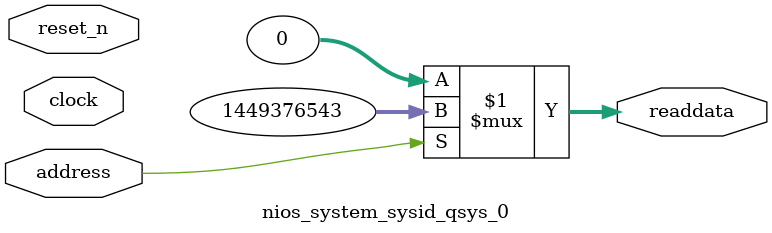
<source format=v>

`timescale 1ns / 1ps
// synthesis translate_on

// turn off superfluous verilog processor warnings 
// altera message_level Level1 
// altera message_off 10034 10035 10036 10037 10230 10240 10030 

module nios_system_sysid_qsys_0 (
               // inputs:
                address,
                clock,
                reset_n,

               // outputs:
                readdata
             )
;

  output  [ 31: 0] readdata;
  input            address;
  input            clock;
  input            reset_n;

  wire    [ 31: 0] readdata;
  //control_slave, which is an e_avalon_slave
  assign readdata = address ? 1449376543 : 0;

endmodule




</source>
